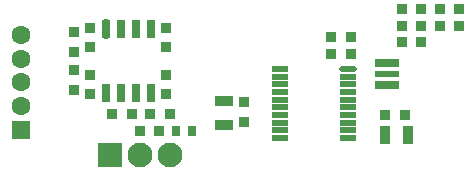
<source format=gbs>
G04*
G04 #@! TF.GenerationSoftware,Altium Limited,Altium Designer,22.1.2 (22)*
G04*
G04 Layer_Color=16711935*
%FSAX44Y44*%
%MOMM*%
G71*
G04*
G04 #@! TF.SameCoordinates,85A146D6-B946-4844-9BAA-ECA2B8BB7C66*
G04*
G04*
G04 #@! TF.FilePolarity,Negative*
G04*
G01*
G75*
%ADD31R,0.9000X0.9000*%
%ADD33R,0.9000X0.9000*%
%ADD42R,1.5000X0.9000*%
%ADD47C,1.6000*%
%ADD48C,2.1000*%
%ADD49R,2.1000X2.1000*%
%ADD50R,1.6000X1.6000*%
%ADD69R,0.7000X1.6500*%
G04:AMPARAMS|DCode=70|XSize=1.65mm|YSize=0.7mm|CornerRadius=0.2mm|HoleSize=0mm|Usage=FLASHONLY|Rotation=270.000|XOffset=0mm|YOffset=0mm|HoleType=Round|Shape=RoundedRectangle|*
%AMROUNDEDRECTD70*
21,1,1.6500,0.3000,0,0,270.0*
21,1,1.2500,0.7000,0,0,270.0*
1,1,0.4000,-0.1500,-0.6250*
1,1,0.4000,-0.1500,0.6250*
1,1,0.4000,0.1500,0.6250*
1,1,0.4000,0.1500,-0.6250*
%
%ADD70ROUNDEDRECTD70*%
%ADD71R,0.7000X0.9000*%
%ADD72R,0.9000X1.5000*%
%ADD73R,1.4500X0.5000*%
G04:AMPARAMS|DCode=74|XSize=1.45mm|YSize=0.5mm|CornerRadius=0.15mm|HoleSize=0mm|Usage=FLASHONLY|Rotation=180.000|XOffset=0mm|YOffset=0mm|HoleType=Round|Shape=RoundedRectangle|*
%AMROUNDEDRECTD74*
21,1,1.4500,0.2000,0,0,180.0*
21,1,1.1500,0.5000,0,0,180.0*
1,1,0.3000,-0.5750,0.1000*
1,1,0.3000,0.5750,0.1000*
1,1,0.3000,0.5750,-0.1000*
1,1,0.3000,-0.5750,-0.1000*
%
%ADD74ROUNDEDRECTD74*%
%ADD75R,2.0000X0.7000*%
%ADD76R,2.0000X0.5000*%
D31*
X00550750Y00132000D02*
D03*
X00567250D02*
D03*
X00550750Y00146000D02*
D03*
X00567250Y00146000D02*
D03*
X00599250Y00146000D02*
D03*
X00582750D02*
D03*
X00550750Y00160000D02*
D03*
X00567250D02*
D03*
X00305500Y00071000D02*
D03*
X00322000D02*
D03*
X00354250D02*
D03*
X00337750D02*
D03*
X00599250Y00160000D02*
D03*
X00582750D02*
D03*
X00328750Y00057000D02*
D03*
X00345250D02*
D03*
X00553250Y00070000D02*
D03*
X00536750Y00070000D02*
D03*
X00507250Y00122000D02*
D03*
X00490750D02*
D03*
X00507250Y00136000D02*
D03*
X00490750D02*
D03*
D33*
X00351000Y00087750D02*
D03*
Y00104250D02*
D03*
X00351000Y00127750D02*
D03*
Y00144250D02*
D03*
X00287000Y00087750D02*
D03*
Y00104250D02*
D03*
X00273000Y00140250D02*
D03*
Y00123750D02*
D03*
X00287000Y00127750D02*
D03*
X00287000Y00144250D02*
D03*
X00273000Y00091750D02*
D03*
X00273000Y00108250D02*
D03*
X00417000Y00064750D02*
D03*
Y00081250D02*
D03*
D42*
X00400000Y00082000D02*
D03*
Y00062000D02*
D03*
D47*
X00228000Y00138000D02*
D03*
Y00118000D02*
D03*
Y00078000D02*
D03*
Y00098000D02*
D03*
D48*
X00329000Y00036000D02*
D03*
X00354400D02*
D03*
D49*
X00303600D02*
D03*
D50*
X00228000Y00058000D02*
D03*
D69*
X00338050Y00143000D02*
D03*
X00325350D02*
D03*
X00312650Y00143000D02*
D03*
X00338050Y00089000D02*
D03*
X00325350Y00089000D02*
D03*
X00312650Y00089000D02*
D03*
X00299950D02*
D03*
D70*
X00299950Y00143000D02*
D03*
D71*
X00359000Y00057000D02*
D03*
X00373000D02*
D03*
D72*
X00556000Y00053000D02*
D03*
X00536000D02*
D03*
D73*
X00447250Y00063750D02*
D03*
Y00057250D02*
D03*
Y00109250D02*
D03*
Y00102750D02*
D03*
Y00096250D02*
D03*
Y00089750D02*
D03*
Y00083250D02*
D03*
Y00076750D02*
D03*
Y00070250D02*
D03*
Y00050750D02*
D03*
X00504750Y00063750D02*
D03*
Y00057250D02*
D03*
Y00102750D02*
D03*
Y00096250D02*
D03*
Y00089750D02*
D03*
Y00083250D02*
D03*
Y00076750D02*
D03*
Y00070250D02*
D03*
Y00050750D02*
D03*
D74*
Y00109250D02*
D03*
D75*
X00538000Y00114500D02*
D03*
Y00095500D02*
D03*
D76*
Y00105000D02*
D03*
M02*

</source>
